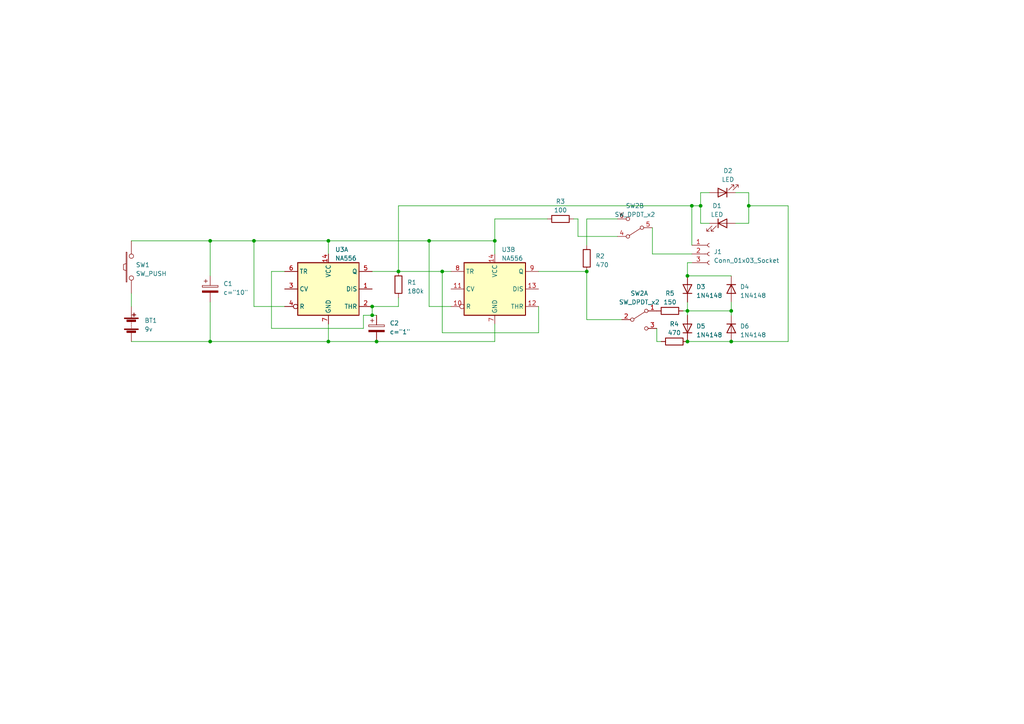
<source format=kicad_sch>
(kicad_sch (version 20230121) (generator eeschema)
  (paper "A4")
  (lib_symbols
    (symbol "Connector:Conn_01x03_Socket" (pin_names (offset 1.016) hide)
      (property "Reference" "J" (at 0 5.08 0))
      (property "Value" "Conn_01x03_Socket" (at 0 -5.08 0))
      (symbol "Conn_01x03_Socket_1_1"
        (arc (start 0 -2.032) (mid -0.5058 -2.54) (end 0 -3.048) (stroke (width 0.1524)))
        (polyline (pts (xy -1.27 -2.54) (xy -0.508 -2.54)) (stroke (width 0.1524)))
        (polyline (pts (xy -1.27 0) (xy -0.508 0)) (stroke (width 0.1524)))
        (polyline (pts (xy -1.27 2.54) (xy -0.508 2.54)) (stroke (width 0.1524)))
        (arc (start 0 0.508) (mid -0.5058 0) (end 0 -0.508) (stroke (width 0.1524)))
        (arc (start 0 3.048) (mid -0.5058 2.54) (end 0 2.032) (stroke (width 0.1524)))
        (pin passive line (at -5.08 2.54 0) (length 3.81) (name "Pin_1") (number "1"))
        (pin passive line (at -5.08 0 0) (length 3.81) (name "Pin_2") (number "2"))
        (pin passive line (at -5.08 -2.54 0) (length 3.81) (name "Pin_3") (number "3"))
      )
    )
    (symbol "Device:Battery" (pin_numbers hide) (pin_names (offset 0) hide)
      (property "Reference" "BT" (at 2.54 2.54 0))
      (property "Value" "Battery" (at 2.54 0 0))
      (symbol "Battery_0_1"
        (rectangle (start -2.032 -1.397) (end 2.032 -1.651) (fill (type outline)))
        (rectangle (start -2.032 1.778) (end 2.032 1.524) (fill (type outline)))
        (rectangle (start -1.3208 -1.9812) (end 1.27 -2.4892) (fill (type outline)))
        (rectangle (start -1.3208 1.1938) (end 1.27 0.6858) (fill (type outline)))
        (polyline (pts (xy 0 -1.524) (xy 0 -1.27)))
        (polyline (pts (xy 0 -1.016) (xy 0 -0.762)))
        (polyline (pts (xy 0 -0.508) (xy 0 -0.254)))
        (polyline (pts (xy 0 0) (xy 0 0.254)))
        (polyline (pts (xy 0 0.508) (xy 0 0.762)))
        (polyline (pts (xy 0 1.778) (xy 0 2.54)))
        (polyline (pts (xy 0.254 2.667) (xy 1.27 2.667)) (stroke (width 0.254)))
        (polyline (pts (xy 0.762 3.175) (xy 0.762 2.159)) (stroke (width 0.254)))
      )
      (symbol "Battery_1_1"
        (pin passive line (at 0 5.08 270) (length 2.54) (name "+") (number "1"))
        (pin passive line (at 0 -5.08 90) (length 2.54) (name "-") (number "2"))
      )
    )
    (symbol "Device:C_Polarized" (pin_numbers hide) (pin_names (offset 0.254))
      (property "Reference" "C" (at 0.635 2.54 0))
      (property "Value" "C_Polarized" (at 0.635 -2.54 0))
      (symbol "C_Polarized_0_1"
        (rectangle (start -2.286 0.508) (end 2.286 1.016))
        (polyline (pts (xy -1.778 2.286) (xy -0.762 2.286)))
        (polyline (pts (xy -1.27 2.794) (xy -1.27 1.778)))
        (rectangle (start 2.286 -0.508) (end -2.286 -1.016) (fill (type outline)))
      )
      (symbol "C_Polarized_1_1"
        (pin passive line (at 0 3.81 270) (length 2.794) (name "~") (number "1"))
        (pin passive line (at 0 -3.81 90) (length 2.794) (name "~") (number "2"))
      )
    )
    (symbol "Device:LED" (pin_numbers hide) (pin_names (offset 1.016) hide)
      (property "Reference" "D" (at 0 2.54 0))
      (property "Value" "LED" (at 0 -2.54 0))
      (symbol "LED_0_1"
        (polyline (pts (xy -1.27 -1.27) (xy -1.27 1.27)) (stroke (width 0.254)))
        (polyline (pts (xy -1.27 0) (xy 1.27 0)))
        (polyline (pts (xy 1.27 -1.27) (xy 1.27 1.27) (xy -1.27 0) (xy 1.27 -1.27)) (stroke (width 0.254)))
        (polyline (pts (xy -3.048 -0.762) (xy -4.572 -2.286) (xy -3.81 -2.286) (xy -4.572 -2.286) (xy -4.572 -1.524)))
        (polyline (pts (xy -1.778 -0.762) (xy -3.302 -2.286) (xy -2.54 -2.286) (xy -3.302 -2.286) (xy -3.302 -1.524)))
      )
      (symbol "LED_1_1"
        (pin passive line (at -3.81 0 0) (length 2.54) (name "K") (number "1"))
        (pin passive line (at 3.81 0 180) (length 2.54) (name "A") (number "2"))
      )
    )
    (symbol "Device:R" (pin_numbers hide) (pin_names (offset 0))
      (property "Reference" "R" (at 2.032 0 90))
      (property "Value" "R" (at 0 0 90))
      (symbol "R_0_1"
        (rectangle (start -1.016 -2.54) (end 1.016 2.54) (stroke (width 0.254)))
      )
      (symbol "R_1_1"
        (pin passive line (at 0 3.81 270) (length 1.27) (name "~") (number "1"))
        (pin passive line (at 0 -3.81 90) (length 1.27) (name "~") (number "2"))
      )
    )
    (symbol "Diode:1N4148" (pin_numbers hide) (pin_names hide)
      (property "Reference" "D" (at 0 2.54 0))
      (property "Value" "1N4148" (at 0 -2.54 0))
      (symbol "1N4148_0_1"
        (polyline (pts (xy -1.27 1.27) (xy -1.27 -1.27)) (stroke (width 0.254)))
        (polyline (pts (xy 1.27 0) (xy -1.27 0)))
        (polyline (pts (xy 1.27 1.27) (xy 1.27 -1.27) (xy -1.27 0) (xy 1.27 1.27)) (stroke (width 0.254)))
      )
      (symbol "1N4148_1_1"
        (pin passive line (at -3.81 0 0) (length 2.54) (name "K") (number "1"))
        (pin passive line (at 3.81 0 180) (length 2.54) (name "A") (number "2"))
      )
    )
    (symbol "KISS68030-cache:SW_PUSH" (pin_numbers hide) (pin_names (offset 1.016) hide)
      (property "Reference" "SW" (at 3.81 2.794 0))
      (property "Value" "SW_PUSH" (at 0 -2.032 0))
      (symbol "SW_PUSH_0_1"
        (rectangle (start -4.318 1.27) (end 4.318 1.524))
        (polyline (pts (xy -1.016 1.524) (xy -0.762 2.286) (xy 0.762 2.286) (xy 1.016 1.524)))
        (pin passive inverted (at -7.62 0 0) (length 5.08) (name "1") (number "1"))
        (pin passive inverted (at 7.62 0 180) (length 5.08) (name "2") (number "2"))
      )
    )
    (symbol "Switch:SW_DPDT_x2" (pin_names (offset 0) hide)
      (property "Reference" "SW" (at 0 4.318 0))
      (property "Value" "SW_DPDT_x2" (at 0 -5.08 0))
      (symbol "SW_DPDT_x2_0_0"
        (circle (center -2.032 0) (radius 0.508))
        (circle (center 2.032 -2.54) (radius 0.508))
      )
      (symbol "SW_DPDT_x2_0_1"
        (polyline (pts (xy -1.524 0.254) (xy 1.651 2.286)))
        (circle (center 2.032 2.54) (radius 0.508))
      )
      (symbol "SW_DPDT_x2_1_1"
        (pin passive line (at 5.08 2.54 180) (length 2.54) (name "A") (number "1"))
        (pin passive line (at -5.08 0 0) (length 2.54) (name "B") (number "2"))
        (pin passive line (at 5.08 -2.54 180) (length 2.54) (name "C") (number "3"))
      )
      (symbol "SW_DPDT_x2_2_1"
        (pin passive line (at 5.08 2.54 180) (length 2.54) (name "A") (number "4"))
        (pin passive line (at -5.08 0 0) (length 2.54) (name "B") (number "5"))
        (pin passive line (at 5.08 -2.54 180) (length 2.54) (name "C") (number "6"))
      )
    )
    (symbol "Timer:NA556"
      (property "Reference" "U" (at -10.16 8.89 0))
      (property "Value" "NA556" (at -10.16 -8.89 0))
      (symbol "NA556_0_0"
        (pin power_in line (at 0 10.16 270) (length 2.54) (name "VCC") (number "14"))
        (pin power_in line (at 0 -10.16 90) (length 2.54) (name "GND") (number "7"))
      )
      (symbol "NA556_0_1"
        (rectangle (start -8.89 -7.62) (end 8.89 7.62) (stroke (width 0.254)) (fill (type background)))
        (rectangle (start -8.89 -7.62) (end 8.89 7.62) (stroke (width 0.254)) (fill (type background)))
      )
      (symbol "NA556_1_1"
        (pin input line (at 12.7 0 180) (length 3.81) (name "DIS") (number "1"))
        (pin input line (at 12.7 -5.08 180) (length 3.81) (name "THR") (number "2"))
        (pin input line (at -12.7 0 0) (length 3.81) (name "CV") (number "3"))
        (pin input inverted (at -12.7 -5.08 0) (length 3.81) (name "R") (number "4"))
        (pin output line (at 12.7 5.08 180) (length 3.81) (name "Q") (number "5"))
        (pin input line (at -12.7 5.08 0) (length 3.81) (name "TR") (number "6"))
      )
      (symbol "NA556_2_1"
        (pin input inverted (at -12.7 -5.08 0) (length 3.81) (name "R") (number "10"))
        (pin input line (at -12.7 0 0) (length 3.81) (name "CV") (number "11"))
        (pin input line (at 12.7 -5.08 180) (length 3.81) (name "THR") (number "12"))
        (pin input line (at 12.7 0 180) (length 3.81) (name "DIS") (number "13"))
        (pin input line (at -12.7 5.08 0) (length 3.81) (name "TR") (number "8"))
        (pin output line (at 12.7 5.08 180) (length 3.81) (name "Q") (number "9"))
      )
    )
  )
  (junction (at 95.25 99.06))
  (junction (at 199.39 80.01))
  (junction (at 199.39 99.06))
  (junction (at 128.27 78.74))
  (junction (at 107.95 91.44))
  (junction (at 143.51 69.85))
  (junction (at 73.66 69.85))
  (junction (at 212.09 99.06))
  (junction (at 95.25 69.85))
  (junction (at 107.95 88.9))
  (junction (at 170.18 78.74))
  (junction (at 60.96 99.06))
  (junction (at 115.57 78.74))
  (junction (at 124.46 69.85))
  (junction (at 109.22 99.06))
  (junction (at 203.2 59.69))
  (junction (at 200.66 59.69))
  (junction (at 212.09 90.17))
  (junction (at 217.17 59.69))
  (junction (at 60.96 69.85))
  (junction (at 199.39 90.17))
  (wire (pts (xy 167.64 63.5) (xy 167.64 68.58)))
  (wire (pts (xy 82.55 88.9) (xy 73.66 88.9)))
  (wire (pts (xy 212.09 90.17) (xy 212.09 91.44)))
  (wire (pts (xy 143.51 63.5) (xy 158.75 63.5)))
  (wire (pts (xy 228.6 99.06) (xy 212.09 99.06)))
  (wire (pts (xy 95.25 99.06) (xy 95.25 93.98)))
  (wire (pts (xy 199.39 90.17) (xy 199.39 91.44)))
  (wire (pts (xy 115.57 88.9) (xy 107.95 88.9)))
  (wire (pts (xy 38.1 69.85) (xy 60.96 69.85)))
  (wire (pts (xy 73.66 88.9) (xy 73.66 69.85)))
  (wire (pts (xy 198.12 90.17) (xy 199.39 90.17)))
  (wire (pts (xy 205.74 55.88) (xy 203.2 55.88)))
  (wire (pts (xy 217.17 59.69) (xy 228.6 59.69)))
  (wire (pts (xy 115.57 59.69) (xy 115.57 78.74)))
  (wire (pts (xy 203.2 59.69) (xy 200.66 59.69)))
  (wire (pts (xy 170.18 63.5) (xy 179.07 63.5)))
  (wire (pts (xy 73.66 69.85) (xy 95.25 69.85)))
  (wire (pts (xy 130.81 88.9) (xy 124.46 88.9)))
  (wire (pts (xy 156.21 88.9) (xy 156.21 96.52)))
  (wire (pts (xy 199.39 76.2) (xy 199.39 80.01)))
  (wire (pts (xy 107.95 78.74) (xy 115.57 78.74)))
  (wire (pts (xy 143.51 73.66) (xy 143.51 69.85)))
  (wire (pts (xy 170.18 78.74) (xy 170.18 92.71)))
  (wire (pts (xy 213.36 55.88) (xy 217.17 55.88)))
  (wire (pts (xy 200.66 59.69) (xy 115.57 59.69)))
  (wire (pts (xy 60.96 99.06) (xy 95.25 99.06)))
  (wire (pts (xy 143.51 93.98) (xy 143.51 99.06)))
  (wire (pts (xy 199.39 90.17) (xy 212.09 90.17)))
  (wire (pts (xy 124.46 69.85) (xy 143.51 69.85)))
  (wire (pts (xy 199.39 99.06) (xy 212.09 99.06)))
  (wire (pts (xy 217.17 59.69) (xy 217.17 64.77)))
  (wire (pts (xy 199.39 80.01) (xy 212.09 80.01)))
  (wire (pts (xy 156.21 96.52) (xy 128.27 96.52)))
  (wire (pts (xy 115.57 86.36) (xy 115.57 88.9)))
  (wire (pts (xy 166.37 63.5) (xy 167.64 63.5)))
  (wire (pts (xy 189.23 66.04) (xy 189.23 73.66)))
  (wire (pts (xy 167.64 68.58) (xy 179.07 68.58)))
  (wire (pts (xy 105.41 95.25) (xy 105.41 91.44)))
  (wire (pts (xy 95.25 69.85) (xy 95.25 73.66)))
  (wire (pts (xy 109.22 91.44) (xy 107.95 91.44)))
  (wire (pts (xy 60.96 69.85) (xy 73.66 69.85)))
  (wire (pts (xy 203.2 59.69) (xy 203.2 64.77)))
  (wire (pts (xy 115.57 78.74) (xy 128.27 78.74)))
  (wire (pts (xy 78.74 95.25) (xy 105.41 95.25)))
  (wire (pts (xy 200.66 59.69) (xy 200.66 71.12)))
  (wire (pts (xy 95.25 69.85) (xy 124.46 69.85)))
  (wire (pts (xy 203.2 64.77) (xy 205.74 64.77)))
  (wire (pts (xy 105.41 91.44) (xy 107.95 91.44)))
  (wire (pts (xy 38.1 85.09) (xy 38.1 88.9)))
  (wire (pts (xy 124.46 88.9) (xy 124.46 69.85)))
  (wire (pts (xy 156.21 78.74) (xy 170.18 78.74)))
  (wire (pts (xy 60.96 69.85) (xy 60.96 80.01)))
  (wire (pts (xy 78.74 78.74) (xy 78.74 95.25)))
  (wire (pts (xy 217.17 55.88) (xy 217.17 59.69)))
  (wire (pts (xy 170.18 63.5) (xy 170.18 71.12)))
  (wire (pts (xy 82.55 78.74) (xy 78.74 78.74)))
  (wire (pts (xy 128.27 96.52) (xy 128.27 78.74)))
  (wire (pts (xy 190.5 99.06) (xy 190.5 95.25)))
  (wire (pts (xy 143.51 99.06) (xy 109.22 99.06)))
  (wire (pts (xy 143.51 69.85) (xy 143.51 63.5)))
  (wire (pts (xy 191.77 99.06) (xy 190.5 99.06)))
  (wire (pts (xy 228.6 59.69) (xy 228.6 99.06)))
  (wire (pts (xy 200.66 76.2) (xy 199.39 76.2)))
  (wire (pts (xy 128.27 78.74) (xy 130.81 78.74)))
  (wire (pts (xy 203.2 55.88) (xy 203.2 59.69)))
  (wire (pts (xy 95.25 99.06) (xy 109.22 99.06)))
  (wire (pts (xy 60.96 87.63) (xy 60.96 99.06)))
  (wire (pts (xy 170.18 92.71) (xy 180.34 92.71)))
  (wire (pts (xy 199.39 87.63) (xy 199.39 90.17)))
  (wire (pts (xy 107.95 88.9) (xy 107.95 91.44)))
  (wire (pts (xy 189.23 73.66) (xy 200.66 73.66)))
  (wire (pts (xy 38.1 99.06) (xy 60.96 99.06)))
  (wire (pts (xy 217.17 64.77) (xy 213.36 64.77)))
  (wire (pts (xy 212.09 87.63) (xy 212.09 90.17)))
  (symbol (lib_id "Diode:1N4148") (at 199.39 95.25 90) (unit 1)
    (property "Reference" "D5" (at 201.93 94.615 90) (effects (justify right)))
    (property "Value" "1N4148" (at 201.93 97.155 90) (effects (justify right)))
    (property "Footprint" "Diode_SMD:D_SOD-323_HandSoldering" (effects hide))
    (property "Datasheet" "https://assets.nexperia.com/documents/data-sheet/1N4148_1N4448.pdf" (effects hide))
    (property "Sim.Device" "D" (effects hide))
    (property "Sim.Pins" "1=K 2=A" (effects hide))
    (property "Mouser Part" "1N4148WS-7-F" (effects hide))
  )
  (symbol (lib_id "Switch:SW_DPDT_x2") (at 184.15 66.04 180) (unit 2)
    (property "Reference" "SW2" (at 184.15 59.69 0))
    (property "Value" "SW_DPDT_x2" (at 184.15 62.23 0))
    (property "Footprint" "Button_Switch_SMD:SW_DPDT_CK_JS202011JCQN" (effects hide))
  )
  (symbol (lib_id "Device:R") (at 195.58 99.06 90) (unit 1)
    (property "Reference" "R4" (at 195.58 93.98 90))
    (property "Value" "470" (at 195.58 96.52 90))
    (property "Footprint" "Resistor_SMD:R_0603_1608Metric_Pad0.98x0.95mm_HandSolder" (effects hide))
    (property "Sim.Device" "R" (effects hide))
    (property "Sim.Pins" "1=+ 2=-" (effects hide))
  )
  (symbol (lib_id "KISS68030-cache:SW_PUSH") (at 38.1 77.47 90) (unit 1)
    (property "Reference" "SW1" (at 39.37 76.835 90) (effects (justify right)))
    (property "Value" "SW_PUSH" (at 39.37 79.375 90) (effects (justify right)))
    (property "Footprint" "Button_Switch_THT:SW_PUSH_6mm" (effects hide))
  )
  (symbol (lib_id "Timer:NA556") (at 95.25 83.82 0) (unit 1)
    (property "Reference" "U3" (at 97.2059 72.39 0) (effects (justify left)))
    (property "Value" "NA556" (at 97.2059 74.93 0) (effects (justify left)))
    (property "Footprint" "Package_SO:SOIC-14_3.9x8.7mm_P1.27mm" (effects hide))
    (property "Datasheet" "http://www.ti.com/lit/ds/symlink/se556.pdf" (effects hide))
  )
  (symbol (lib_id "Device:R") (at 162.56 63.5 90) (unit 1)
    (property "Reference" "R3" (at 162.56 58.42 90))
    (property "Value" "100" (at 162.56 60.96 90))
    (property "Footprint" "Resistor_SMD:R_0603_1608Metric_Pad0.98x0.95mm_HandSolder" (effects hide))
    (property "Sim.Device" "R" (effects hide))
    (property "Sim.Pins" "1=+ 2=-" (effects hide))
  )
  (symbol (lib_id "Device:C_Polarized") (at 60.96 83.82 0) (unit 1)
    (property "Reference" "C1" (at 64.77 82.296 0) (effects (justify left)))
    (property "Value" "${SIM.PARAMS}" (at 64.77 84.836 0) (effects (justify left)))
    (property "Footprint" "Capacitor_THT:CP_Radial_D4.0mm_P1.50mm" (effects hide))
    (property "Sim.Device" "C" (effects hide))
    (property "Sim.Type" "=" (effects hide))
    (property "Sim.Params" "c=\"10\"" (effects hide))
    (property "Sim.Pins" "1=+ 2=-" (effects hide))
  )
  (symbol (lib_id "Device:R") (at 194.31 90.17 90) (unit 1)
    (property "Reference" "R5" (at 194.31 85.09 90))
    (property "Value" "150" (at 194.31 87.63 90))
    (property "Footprint" "Resistor_SMD:R_0603_1608Metric_Pad0.98x0.95mm_HandSolder" (effects hide))
    (property "Sim.Device" "R" (effects hide))
    (property "Sim.Pins" "1=+ 2=-" (effects hide))
  )
  (symbol (lib_id "Switch:SW_DPDT_x2") (at 185.42 92.71 0) (unit 1)
    (property "Reference" "SW2" (at 185.42 85.09 0))
    (property "Value" "SW_DPDT_x2" (at 185.42 87.63 0))
    (property "Footprint" "Button_Switch_SMD:SW_DPDT_CK_JS202011JCQN" (effects hide))
  )
  (symbol (lib_id "Device:LED") (at 209.55 64.77 0) (unit 1)
    (property "Reference" "D1" (at 207.9625 59.69 0))
    (property "Value" "LED" (at 207.9625 62.23 0))
    (property "Footprint" "LED_SMD:LED_0603_1608Metric_Pad1.05x0.95mm_HandSolder" (effects hide))
  )
  (symbol (lib_id "Diode:1N4148") (at 199.39 83.82 90) (unit 1)
    (property "Reference" "D3" (at 201.93 83.185 90) (effects (justify right)))
    (property "Value" "1N4148" (at 201.93 85.725 90) (effects (justify right)))
    (property "Footprint" "Diode_SMD:D_SOD-323_HandSoldering" (effects hide))
    (property "Datasheet" "https://assets.nexperia.com/documents/data-sheet/1N4148_1N4448.pdf" (effects hide))
    (property "Sim.Device" "D" (effects hide))
    (property "Sim.Pins" "1=K 2=A" (effects hide))
    (property "Mouser Part" "1N4148WS-7-F" (effects hide))
  )
  (symbol (lib_id "Diode:1N4148") (at 212.09 95.25 270) (unit 1)
    (property "Reference" "D6" (at 214.63 94.615 90) (effects (justify left)))
    (property "Value" "1N4148" (at 214.63 97.155 90) (effects (justify left)))
    (property "Footprint" "Diode_SMD:D_SOD-323_HandSoldering" (effects hide))
    (property "Datasheet" "https://assets.nexperia.com/documents/data-sheet/1N4148_1N4448.pdf" (effects hide))
    (property "Sim.Device" "D" (effects hide))
    (property "Sim.Pins" "1=K 2=A" (effects hide))
    (property "Mouser Part" "1N4148WS-7-F" (effects hide))
  )
  (symbol (lib_id "Device:C_Polarized") (at 109.22 95.25 0) (unit 1)
    (property "Reference" "C2" (at 113.03 93.726 0) (effects (justify left)))
    (property "Value" "${SIM.PARAMS}" (at 113.03 96.266 0) (effects (justify left)))
    (property "Footprint" "Capacitor_THT:CP_Radial_D4.0mm_P1.50mm" (effects hide))
    (property "Sim.Device" "C" (effects hide))
    (property "Sim.Type" "=" (effects hide))
    (property "Sim.Params" "c=\"1\"" (effects hide))
    (property "Sim.Pins" "1=+ 2=-" (effects hide))
  )
  (symbol (lib_id "Device:Battery") (at 38.1 93.98 0) (unit 1)
    (property "Reference" "BT1" (at 41.91 92.964 0) (effects (justify left)))
    (property "Value" "9v" (at 41.91 95.504 0) (effects (justify left)))
    (property "Footprint" "Connector_PinHeader_1.27mm:PinHeader_1x02_P1.27mm_Vertical" (effects hide))
    (property "Sim.Device" "V" (effects hide))
    (property "Sim.Type" "DC" (effects hide))
    (property "Sim.Pins" "1=+ 2=-" (effects hide))
    (property "Sim.Params" "dc=\"\"" (effects hide))
    (property "Mouser Part" "60563-01 HM-9VB" (effects hide))
  )
  (symbol (lib_id "Diode:1N4148") (at 212.09 83.82 270) (unit 1)
    (property "Reference" "D4" (at 214.63 83.185 90) (effects (justify left)))
    (property "Value" "1N4148" (at 214.63 85.725 90) (effects (justify left)))
    (property "Footprint" "Diode_SMD:D_SOD-323_HandSoldering" (effects hide))
    (property "Datasheet" "https://assets.nexperia.com/documents/data-sheet/1N4148_1N4448.pdf" (effects hide))
    (property "Sim.Device" "D" (effects hide))
    (property "Sim.Pins" "1=K 2=A" (effects hide))
    (property "Mouser Part" "1N4148WS-7-F" (effects hide))
  )
  (symbol (lib_id "Device:R") (at 170.18 74.93 0) (unit 1)
    (property "Reference" "R2" (at 172.72 74.295 0) (effects (justify left)))
    (property "Value" "470" (at 172.72 76.835 0) (effects (justify left)))
    (property "Footprint" "Resistor_SMD:R_0603_1608Metric_Pad0.98x0.95mm_HandSolder" (effects hide))
    (property "Sim.Device" "R" (effects hide))
    (property "Sim.Pins" "1=+ 2=-" (effects hide))
  )
  (symbol (lib_id "Device:R") (at 115.57 82.55 0) (unit 1)
    (property "Reference" "R1" (at 118.11 81.915 0) (effects (justify left)))
    (property "Value" "180k" (at 118.11 84.455 0) (effects (justify left)))
    (property "Footprint" "Resistor_SMD:R_0603_1608Metric_Pad0.98x0.95mm_HandSolder" (effects hide))
    (property "Sim.Device" "R" (effects hide))
    (property "Sim.Pins" "1=+ 2=-" (effects hide))
  )
  (symbol (lib_id "Device:LED") (at 209.55 55.88 180) (unit 1)
    (property "Reference" "D2" (at 211.1375 49.53 0))
    (property "Value" "LED" (at 211.1375 52.07 0))
    (property "Footprint" "LED_SMD:LED_0603_1608Metric_Pad1.05x0.95mm_HandSolder" (effects hide))
  )
  (symbol (lib_id "Timer:NA556") (at 143.51 83.82 0) (unit 2)
    (property "Reference" "U3" (at 145.4659 72.39 0) (effects (justify left)))
    (property "Value" "NA556" (at 145.4659 74.93 0) (effects (justify left)))
    (property "Footprint" "Package_SO:SOIC-14_3.9x8.7mm_P1.27mm" (effects hide))
    (property "Datasheet" "http://www.ti.com/lit/ds/symlink/se556.pdf" (effects hide))
  )
  (symbol (lib_id "Connector:Conn_01x03_Socket") (at 205.74 73.66 0) (unit 1)
    (property "Reference" "J1" (at 207.01 73.025 0) (effects (justify left)))
    (property "Value" "Conn_01x03_Socket" (at 207.01 75.565 0) (effects (justify left)))
    (property "Footprint" "Connector_PinSocket_1.27mm:PinSocket_1x03_P1.27mm_Vertical" (effects hide))
  )
)
</source>
